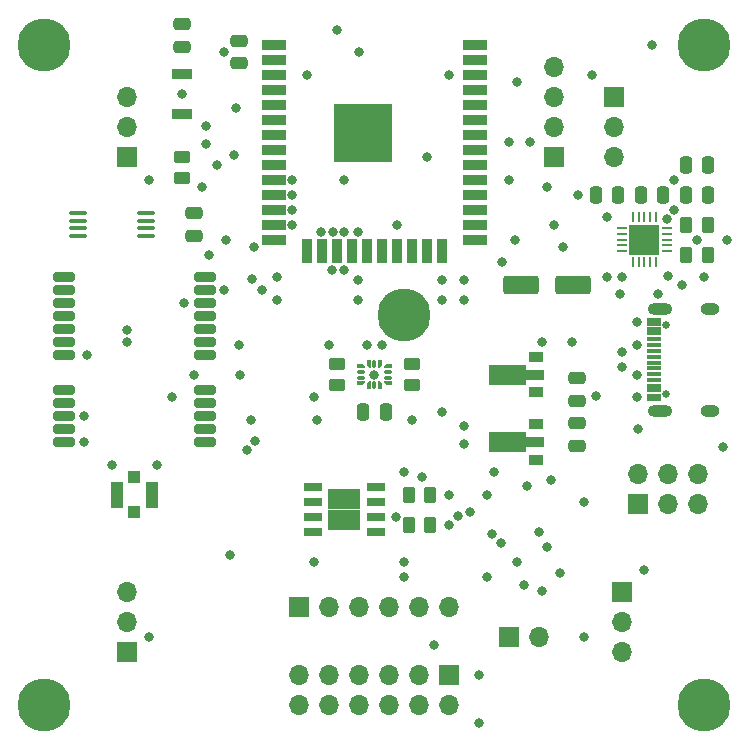
<source format=gbr>
%TF.GenerationSoftware,KiCad,Pcbnew,6.0.4*%
%TF.CreationDate,2022-04-24T20:11:58+02:00*%
%TF.ProjectId,main_pcb,6d61696e-5f70-4636-922e-6b696361645f,rev?*%
%TF.SameCoordinates,Original*%
%TF.FileFunction,Soldermask,Top*%
%TF.FilePolarity,Negative*%
%FSLAX46Y46*%
G04 Gerber Fmt 4.6, Leading zero omitted, Abs format (unit mm)*
G04 Created by KiCad (PCBNEW 6.0.4) date 2022-04-24 20:11:58*
%MOMM*%
%LPD*%
G01*
G04 APERTURE LIST*
G04 Aperture macros list*
%AMRoundRect*
0 Rectangle with rounded corners*
0 $1 Rounding radius*
0 $2 $3 $4 $5 $6 $7 $8 $9 X,Y pos of 4 corners*
0 Add a 4 corners polygon primitive as box body*
4,1,4,$2,$3,$4,$5,$6,$7,$8,$9,$2,$3,0*
0 Add four circle primitives for the rounded corners*
1,1,$1+$1,$2,$3*
1,1,$1+$1,$4,$5*
1,1,$1+$1,$6,$7*
1,1,$1+$1,$8,$9*
0 Add four rect primitives between the rounded corners*
20,1,$1+$1,$2,$3,$4,$5,0*
20,1,$1+$1,$4,$5,$6,$7,0*
20,1,$1+$1,$6,$7,$8,$9,0*
20,1,$1+$1,$8,$9,$2,$3,0*%
%AMFreePoly0*
4,1,9,3.862500,-0.866500,0.737500,-0.866500,0.737500,-0.450000,-0.737500,-0.450000,-0.737500,0.450000,0.737500,0.450000,0.737500,0.866500,3.862500,0.866500,3.862500,-0.866500,3.862500,-0.866500,$1*%
%AMFreePoly1*
4,1,48,0.036020,0.199191,0.037970,0.199714,0.040958,0.198321,0.057086,0.195477,0.069630,0.184951,0.084467,0.178033,0.290533,-0.028033,0.293203,-0.031847,0.294953,-0.032857,0.296081,-0.035957,0.305473,-0.049370,0.306900,-0.065680,0.312500,-0.081066,0.312500,-0.125000,0.310782,-0.134742,0.311361,-0.138024,0.309695,-0.140910,0.307977,-0.150652,0.295451,-0.165579,0.285709,-0.182453,
0.279350,-0.184767,0.275000,-0.189952,0.255809,-0.193336,0.237500,-0.200000,-0.237500,-0.200000,-0.247242,-0.198282,-0.250524,-0.198861,-0.253410,-0.197195,-0.263152,-0.195477,-0.278079,-0.182951,-0.294953,-0.173209,-0.297267,-0.166850,-0.302452,-0.162500,-0.305836,-0.143309,-0.312500,-0.125000,-0.312500,0.125000,-0.310782,0.134742,-0.311361,0.138024,-0.309695,0.140910,-0.307977,0.150652,
-0.295451,0.165579,-0.285709,0.182453,-0.279350,0.184767,-0.275000,0.189952,-0.255809,0.193336,-0.237500,0.200000,0.031434,0.200000,0.036020,0.199191,0.036020,0.199191,$1*%
%AMFreePoly2*
4,1,48,0.247242,0.198282,0.250524,0.198861,0.253410,0.197195,0.263152,0.195477,0.278079,0.182951,0.294953,0.173209,0.297267,0.166850,0.302452,0.162500,0.305836,0.143309,0.312500,0.125000,0.312500,0.081066,0.311691,0.076480,0.312214,0.074529,0.310820,0.071540,0.307977,0.055414,0.297452,0.042871,0.290533,0.028033,0.084467,-0.178033,0.080653,-0.180703,0.079643,-0.182453,
0.076543,-0.183581,0.063130,-0.192973,0.046819,-0.194400,0.031434,-0.200000,-0.237500,-0.200000,-0.247242,-0.198282,-0.250524,-0.198861,-0.253410,-0.197195,-0.263152,-0.195477,-0.278079,-0.182951,-0.294953,-0.173209,-0.297267,-0.166850,-0.302452,-0.162500,-0.305836,-0.143309,-0.312500,-0.125000,-0.312500,0.125000,-0.310782,0.134742,-0.311361,0.138024,-0.309695,0.140910,-0.307977,0.150652,
-0.295451,0.165579,-0.285709,0.182453,-0.279350,0.184767,-0.275000,0.189952,-0.255809,0.193336,-0.237500,0.200000,0.237500,0.200000,0.247242,0.198282,0.247242,0.198282,$1*%
%AMFreePoly3*
4,1,48,0.134742,0.310782,0.138024,0.311361,0.140910,0.309695,0.150652,0.307977,0.165579,0.295451,0.182453,0.285709,0.184767,0.279350,0.189952,0.275000,0.193336,0.255809,0.200000,0.237500,0.200000,-0.237500,0.198282,-0.247242,0.198861,-0.250524,0.197195,-0.253410,0.195477,-0.263152,0.182951,-0.278079,0.173209,-0.294953,0.166850,-0.297267,0.162500,-0.302452,0.143309,-0.305836,
0.125000,-0.312500,-0.125000,-0.312500,-0.134742,-0.310782,-0.138024,-0.311361,-0.140910,-0.309695,-0.150652,-0.307977,-0.165579,-0.295451,-0.182453,-0.285709,-0.184767,-0.279350,-0.189952,-0.275000,-0.193336,-0.255809,-0.200000,-0.237500,-0.200000,0.031434,-0.199191,0.036020,-0.199714,0.037970,-0.198321,0.040958,-0.195477,0.057086,-0.184951,0.069630,-0.178033,0.084467,0.028033,0.290533,
0.031847,0.293203,0.032857,0.294953,0.035957,0.296081,0.049370,0.305473,0.065680,0.306900,0.081066,0.312500,0.125000,0.312500,0.134742,0.310782,0.134742,0.310782,$1*%
%AMFreePoly4*
4,1,48,-0.076480,0.311691,-0.074530,0.312214,-0.071542,0.310821,-0.055414,0.307977,-0.042870,0.297451,-0.028033,0.290533,0.178033,0.084467,0.180703,0.080653,0.182453,0.079643,0.183581,0.076543,0.192973,0.063130,0.194400,0.046820,0.200000,0.031434,0.200000,-0.237500,0.198282,-0.247242,0.198861,-0.250524,0.197195,-0.253410,0.195477,-0.263152,0.182951,-0.278079,0.173209,-0.294953,
0.166850,-0.297267,0.162500,-0.302452,0.143309,-0.305836,0.125000,-0.312500,-0.125000,-0.312500,-0.134742,-0.310782,-0.138024,-0.311361,-0.140910,-0.309695,-0.150652,-0.307977,-0.165579,-0.295451,-0.182453,-0.285709,-0.184767,-0.279350,-0.189952,-0.275000,-0.193336,-0.255809,-0.200000,-0.237500,-0.200000,0.237500,-0.198282,0.247242,-0.198861,0.250524,-0.197195,0.253410,-0.195477,0.263152,
-0.182951,0.278079,-0.173209,0.294953,-0.166850,0.297267,-0.162500,0.302452,-0.143309,0.305836,-0.125000,0.312500,-0.081066,0.312500,-0.076480,0.311691,-0.076480,0.311691,$1*%
%AMFreePoly5*
4,1,48,0.247242,0.198282,0.250524,0.198861,0.253410,0.197195,0.263152,0.195477,0.278079,0.182951,0.294953,0.173209,0.297267,0.166850,0.302452,0.162500,0.305836,0.143309,0.312500,0.125000,0.312500,-0.125000,0.310782,-0.134742,0.311361,-0.138024,0.309695,-0.140910,0.307977,-0.150652,0.295451,-0.165579,0.285709,-0.182453,0.279350,-0.184767,0.275000,-0.189952,0.255809,-0.193336,
0.237500,-0.200000,-0.031434,-0.200000,-0.036020,-0.199191,-0.037971,-0.199714,-0.040960,-0.198320,-0.057086,-0.195477,-0.069629,-0.184952,-0.084467,-0.178033,-0.290533,0.028033,-0.293203,0.031847,-0.294953,0.032857,-0.296081,0.035957,-0.305473,0.049370,-0.306900,0.065681,-0.312500,0.081066,-0.312500,0.125000,-0.310782,0.134742,-0.311361,0.138024,-0.309695,0.140910,-0.307977,0.150652,
-0.295451,0.165579,-0.285709,0.182453,-0.279350,0.184767,-0.275000,0.189952,-0.255809,0.193336,-0.237500,0.200000,0.237500,0.200000,0.247242,0.198282,0.247242,0.198282,$1*%
%AMFreePoly6*
4,1,48,0.247242,0.198282,0.250524,0.198861,0.253410,0.197195,0.263152,0.195477,0.278079,0.182951,0.294953,0.173209,0.297267,0.166850,0.302452,0.162500,0.305836,0.143309,0.312500,0.125000,0.312500,-0.125000,0.310782,-0.134742,0.311361,-0.138024,0.309695,-0.140910,0.307977,-0.150652,0.295451,-0.165579,0.285709,-0.182453,0.279350,-0.184767,0.275000,-0.189952,0.255809,-0.193336,
0.237500,-0.200000,-0.237500,-0.200000,-0.247242,-0.198282,-0.250524,-0.198861,-0.253410,-0.197195,-0.263152,-0.195477,-0.278079,-0.182951,-0.294953,-0.173209,-0.297267,-0.166850,-0.302452,-0.162500,-0.305836,-0.143309,-0.312500,-0.125000,-0.312500,-0.081066,-0.311691,-0.076480,-0.312214,-0.074530,-0.310821,-0.071542,-0.307977,-0.055414,-0.297451,-0.042870,-0.290533,-0.028033,-0.084467,0.178033,
-0.080653,0.180703,-0.079643,0.182453,-0.076543,0.183581,-0.063130,0.192973,-0.046820,0.194400,-0.031434,0.200000,0.237500,0.200000,0.247242,0.198282,0.247242,0.198282,$1*%
%AMFreePoly7*
4,1,48,0.134742,0.310782,0.138024,0.311361,0.140910,0.309695,0.150652,0.307977,0.165579,0.295451,0.182453,0.285709,0.184767,0.279350,0.189952,0.275000,0.193336,0.255809,0.200000,0.237500,0.200000,-0.031434,0.199191,-0.036020,0.199714,-0.037971,0.198320,-0.040960,0.195477,-0.057086,0.184952,-0.069629,0.178033,-0.084467,-0.028033,-0.290533,-0.031847,-0.293203,-0.032857,-0.294953,
-0.035957,-0.296081,-0.049370,-0.305473,-0.065681,-0.306900,-0.081066,-0.312500,-0.125000,-0.312500,-0.134742,-0.310782,-0.138024,-0.311361,-0.140910,-0.309695,-0.150652,-0.307977,-0.165579,-0.295451,-0.182453,-0.285709,-0.184767,-0.279350,-0.189952,-0.275000,-0.193336,-0.255809,-0.200000,-0.237500,-0.200000,0.237500,-0.198282,0.247242,-0.198861,0.250524,-0.197195,0.253410,-0.195477,0.263152,
-0.182951,0.278079,-0.173209,0.294953,-0.166850,0.297267,-0.162500,0.302452,-0.143309,0.305836,-0.125000,0.312500,0.125000,0.312500,0.134742,0.310782,0.134742,0.310782,$1*%
%AMFreePoly8*
4,1,48,0.134742,0.310782,0.138024,0.311361,0.140910,0.309695,0.150652,0.307977,0.165579,0.295451,0.182453,0.285709,0.184767,0.279350,0.189952,0.275000,0.193336,0.255809,0.200000,0.237500,0.200000,-0.237500,0.198282,-0.247242,0.198861,-0.250524,0.197195,-0.253410,0.195477,-0.263152,0.182951,-0.278079,0.173209,-0.294953,0.166850,-0.297267,0.162500,-0.302452,0.143309,-0.305836,
0.125000,-0.312500,0.081066,-0.312500,0.076480,-0.311691,0.074529,-0.312214,0.071540,-0.310820,0.055414,-0.307977,0.042871,-0.297452,0.028033,-0.290533,-0.178033,-0.084467,-0.180703,-0.080653,-0.182453,-0.079643,-0.183581,-0.076543,-0.192973,-0.063130,-0.194400,-0.046819,-0.200000,-0.031434,-0.200000,0.237500,-0.198282,0.247242,-0.198861,0.250524,-0.197195,0.253410,-0.195477,0.263152,
-0.182951,0.278079,-0.173209,0.294953,-0.166850,0.297267,-0.162500,0.302452,-0.143309,0.305836,-0.125000,0.312500,0.125000,0.312500,0.134742,0.310782,0.134742,0.310782,$1*%
G04 Aperture macros list end*
%ADD10R,1.700000X1.700000*%
%ADD11O,1.700000X1.700000*%
%ADD12C,4.500000*%
%ADD13RoundRect,0.250000X0.250000X0.475000X-0.250000X0.475000X-0.250000X-0.475000X0.250000X-0.475000X0*%
%ADD14RoundRect,0.250000X-0.250000X-0.475000X0.250000X-0.475000X0.250000X0.475000X-0.250000X0.475000X0*%
%ADD15R,1.500000X0.650000*%
%ADD16R,1.350000X1.800000*%
%ADD17RoundRect,0.250000X-0.262500X-0.450000X0.262500X-0.450000X0.262500X0.450000X-0.262500X0.450000X0*%
%ADD18RoundRect,0.250000X0.262500X0.450000X-0.262500X0.450000X-0.262500X-0.450000X0.262500X-0.450000X0*%
%ADD19RoundRect,0.250000X0.475000X-0.250000X0.475000X0.250000X-0.475000X0.250000X-0.475000X-0.250000X0*%
%ADD20RoundRect,0.250000X-0.450000X0.262500X-0.450000X-0.262500X0.450000X-0.262500X0.450000X0.262500X0*%
%ADD21R,1.300000X0.900000*%
%ADD22FreePoly0,180.000000*%
%ADD23R,2.000000X0.900000*%
%ADD24R,0.900000X2.000000*%
%ADD25R,5.000000X5.000000*%
%ADD26C,0.800000*%
%ADD27R,1.700000X0.900000*%
%ADD28RoundRect,0.250000X-0.475000X0.250000X-0.475000X-0.250000X0.475000X-0.250000X0.475000X0.250000X0*%
%ADD29RoundRect,0.250000X-1.250000X-0.550000X1.250000X-0.550000X1.250000X0.550000X-1.250000X0.550000X0*%
%ADD30FreePoly1,0.000000*%
%ADD31RoundRect,0.100000X-0.212500X-0.100000X0.212500X-0.100000X0.212500X0.100000X-0.212500X0.100000X0*%
%ADD32FreePoly2,0.000000*%
%ADD33FreePoly3,0.000000*%
%ADD34RoundRect,0.100000X-0.100000X-0.212500X0.100000X-0.212500X0.100000X0.212500X-0.100000X0.212500X0*%
%ADD35FreePoly4,0.000000*%
%ADD36FreePoly5,0.000000*%
%ADD37FreePoly6,0.000000*%
%ADD38FreePoly7,0.000000*%
%ADD39FreePoly8,0.000000*%
%ADD40RoundRect,0.200000X-0.700000X-0.200000X0.700000X-0.200000X0.700000X0.200000X-0.700000X0.200000X0*%
%ADD41RoundRect,0.100000X-0.637500X-0.100000X0.637500X-0.100000X0.637500X0.100000X-0.637500X0.100000X0*%
%ADD42RoundRect,0.062500X0.062500X-0.362500X0.062500X0.362500X-0.062500X0.362500X-0.062500X-0.362500X0*%
%ADD43RoundRect,0.062500X0.362500X-0.062500X0.362500X0.062500X-0.362500X0.062500X-0.362500X-0.062500X0*%
%ADD44R,2.600000X2.600000*%
%ADD45C,0.650000*%
%ADD46R,1.150000X0.300000*%
%ADD47O,1.600000X1.000000*%
%ADD48O,2.100000X1.000000*%
%ADD49R,1.000000X1.000000*%
%ADD50R,1.050000X2.200000*%
G04 APERTURE END LIST*
D10*
%TO.C,J4*%
X174752000Y-112522000D03*
D11*
X174752000Y-109982000D03*
X177292000Y-112522000D03*
X177292000Y-109982000D03*
X179832000Y-112522000D03*
X179832000Y-109982000D03*
%TD*%
D12*
%TO.C,*%
X154940000Y-96520000D03*
%TD*%
D10*
%TO.C,J3*%
X158750000Y-127000000D03*
D11*
X158750000Y-129540000D03*
X156210000Y-127000000D03*
X156210000Y-129540000D03*
X153670000Y-127000000D03*
X153670000Y-129540000D03*
X151130000Y-127000000D03*
X151130000Y-129540000D03*
X148590000Y-127000000D03*
X148590000Y-129540000D03*
X146050000Y-127000000D03*
X146050000Y-129540000D03*
%TD*%
D10*
%TO.C,J1*%
X146050000Y-121285000D03*
D11*
X148590000Y-121285000D03*
X151130000Y-121285000D03*
X153670000Y-121285000D03*
X156210000Y-121285000D03*
X158750000Y-121285000D03*
%TD*%
D13*
%TO.C,C9*%
X171135000Y-86360000D03*
X173035000Y-86360000D03*
%TD*%
D14*
%TO.C,C8*%
X174940000Y-86360000D03*
X176840000Y-86360000D03*
%TD*%
%TO.C,C4*%
X180655000Y-83820000D03*
X178755000Y-83820000D03*
%TD*%
%TO.C,C3*%
X178755000Y-86360000D03*
X180655000Y-86360000D03*
%TD*%
D10*
%TO.C,J2*%
X167640000Y-83185000D03*
D11*
X167640000Y-80645000D03*
X167640000Y-78105000D03*
X167640000Y-75565000D03*
%TD*%
D15*
%TO.C,U2*%
X152560000Y-114935000D03*
X152560000Y-113665000D03*
X152560000Y-112395000D03*
X152560000Y-111125000D03*
X147160000Y-111125000D03*
X147160000Y-112395000D03*
X147160000Y-113665000D03*
X147160000Y-114935000D03*
D16*
X149185000Y-113930000D03*
X149185000Y-112130000D03*
X150535000Y-113930000D03*
X150535000Y-112130000D03*
%TD*%
D17*
%TO.C,R7*%
X157122500Y-114300000D03*
X155297500Y-114300000D03*
%TD*%
D18*
%TO.C,R6*%
X157122500Y-111760000D03*
X155297500Y-111760000D03*
%TD*%
D19*
%TO.C,C11*%
X169545000Y-103820000D03*
X169545000Y-101920000D03*
%TD*%
D10*
%TO.C,M1*%
X131445000Y-83185000D03*
D11*
X131445000Y-80645000D03*
X131445000Y-78105000D03*
%TD*%
D10*
%TO.C,M4*%
X131445000Y-125095000D03*
D11*
X131445000Y-122555000D03*
X131445000Y-120015000D03*
%TD*%
D20*
%TO.C,R3*%
X136144000Y-83161500D03*
X136144000Y-84986500D03*
%TD*%
D21*
%TO.C,U1*%
X166115000Y-103100000D03*
D22*
X166027500Y-101600000D03*
D21*
X166115000Y-100100000D03*
%TD*%
D23*
%TO.C,ESP32-WROOM-32U1*%
X143900000Y-73660000D03*
X143900000Y-74930000D03*
X143900000Y-76200000D03*
X143900000Y-77470000D03*
X143900000Y-78740000D03*
X143900000Y-80010000D03*
X143900000Y-81280000D03*
X143900000Y-82550000D03*
X143900000Y-83820000D03*
X143900000Y-85090000D03*
X143900000Y-86360000D03*
X143900000Y-87630000D03*
X143900000Y-88900000D03*
X143900000Y-90170000D03*
D24*
X146685000Y-91170000D03*
X147955000Y-91170000D03*
X149225000Y-91170000D03*
X150495000Y-91170000D03*
X151765000Y-91170000D03*
X153035000Y-91170000D03*
X154305000Y-91170000D03*
X155575000Y-91170000D03*
X156845000Y-91170000D03*
X158115000Y-91170000D03*
D23*
X160900000Y-90170000D03*
X160900000Y-88900000D03*
X160900000Y-87630000D03*
X160900000Y-86360000D03*
X160900000Y-85090000D03*
X160900000Y-83820000D03*
X160900000Y-82550000D03*
X160900000Y-81280000D03*
X160900000Y-80010000D03*
X160900000Y-78740000D03*
X160900000Y-77470000D03*
X160900000Y-76200000D03*
X160900000Y-74930000D03*
X160900000Y-73660000D03*
D25*
X151400000Y-81160000D03*
%TD*%
D19*
%TO.C,C5*%
X140970000Y-75245000D03*
X140970000Y-73345000D03*
%TD*%
D26*
%TO.C,SW1*%
X136147000Y-77840000D03*
D27*
X136147000Y-79540000D03*
X136147000Y-76140000D03*
%TD*%
D12*
%TO.C,REF\u002A\u002A*%
X124460000Y-73660000D03*
%TD*%
D17*
%TO.C,R2*%
X178792500Y-91440000D03*
X180617500Y-91440000D03*
%TD*%
D28*
%TO.C,C7*%
X137160000Y-87950000D03*
X137160000Y-89850000D03*
%TD*%
D10*
%TO.C,BAT1*%
X163830000Y-123825000D03*
D11*
X166370000Y-123825000D03*
%TD*%
D20*
%TO.C,R5*%
X155575000Y-100682500D03*
X155575000Y-102507500D03*
%TD*%
D10*
%TO.C,M3*%
X172720000Y-78105000D03*
D11*
X172720000Y-80645000D03*
X172720000Y-83185000D03*
%TD*%
D29*
%TO.C,C2*%
X164805000Y-93980000D03*
X169205000Y-93980000D03*
%TD*%
D12*
%TO.C,*%
X180340000Y-73660000D03*
%TD*%
D30*
%TO.C,U9*%
X151237500Y-100850000D03*
D31*
X151237500Y-101350000D03*
X151237500Y-101850000D03*
D32*
X151237500Y-102350000D03*
D33*
X151900000Y-102512500D03*
D34*
X152400000Y-102512500D03*
D35*
X152900000Y-102512500D03*
D36*
X153562500Y-102350000D03*
D31*
X153562500Y-101850000D03*
X153562500Y-101350000D03*
D37*
X153562500Y-100850000D03*
D38*
X152900000Y-100687500D03*
D34*
X152400000Y-100687500D03*
D39*
X151900000Y-100687500D03*
%TD*%
D21*
%TO.C,U5*%
X166115000Y-108815000D03*
D22*
X166027500Y-107315000D03*
D21*
X166115000Y-105815000D03*
%TD*%
D40*
%TO.C,GPS1*%
X138080000Y-93330000D03*
X138080000Y-94430000D03*
X138080000Y-95530000D03*
X138080000Y-96630000D03*
X138080000Y-97730000D03*
X138080000Y-98830000D03*
X138080000Y-99930000D03*
X138080000Y-102930000D03*
X138080000Y-104030000D03*
X138080000Y-105130000D03*
X138080000Y-106230000D03*
X138080000Y-107330000D03*
X126080000Y-107330000D03*
X126080000Y-106230000D03*
X126080000Y-105130000D03*
X126080000Y-104030000D03*
X126080000Y-102930000D03*
X126080000Y-99930000D03*
X126080000Y-98830000D03*
X126080000Y-97730000D03*
X126080000Y-96630000D03*
X126080000Y-95530000D03*
X126080000Y-94430000D03*
X126080000Y-93330000D03*
%TD*%
D28*
%TO.C,C12*%
X169545000Y-105730000D03*
X169545000Y-107630000D03*
%TD*%
D10*
%TO.C,M2*%
X173355000Y-120015000D03*
D11*
X173355000Y-122555000D03*
X173355000Y-125095000D03*
%TD*%
D41*
%TO.C,EEPROM1*%
X127312500Y-87925000D03*
X127312500Y-88575000D03*
X127312500Y-89225000D03*
X127312500Y-89875000D03*
X133037500Y-89875000D03*
X133037500Y-89225000D03*
X133037500Y-88575000D03*
X133037500Y-87925000D03*
%TD*%
D18*
%TO.C,R1*%
X180617500Y-88900000D03*
X178792500Y-88900000D03*
%TD*%
D28*
%TO.C,C6*%
X136144000Y-71948000D03*
X136144000Y-73848000D03*
%TD*%
D20*
%TO.C,R4*%
X149225000Y-100682500D03*
X149225000Y-102507500D03*
%TD*%
D42*
%TO.C,U6*%
X174260000Y-92095000D03*
X174760000Y-92095000D03*
X175260000Y-92095000D03*
X175760000Y-92095000D03*
X176260000Y-92095000D03*
D43*
X177185000Y-91170000D03*
X177185000Y-90670000D03*
X177185000Y-90170000D03*
X177185000Y-89670000D03*
X177185000Y-89170000D03*
D42*
X176260000Y-88245000D03*
X175760000Y-88245000D03*
X175260000Y-88245000D03*
X174760000Y-88245000D03*
X174260000Y-88245000D03*
D43*
X173335000Y-89170000D03*
X173335000Y-89670000D03*
X173335000Y-90170000D03*
X173335000Y-90670000D03*
X173335000Y-91170000D03*
D44*
X175260000Y-90170000D03*
%TD*%
D45*
%TO.C,USB-C*%
X177100000Y-103220000D03*
X177100000Y-97440000D03*
D46*
X176035000Y-103680000D03*
X176035000Y-102880000D03*
X176035000Y-101580000D03*
X176035000Y-100580000D03*
X176035000Y-100080000D03*
X176035000Y-99080000D03*
X176035000Y-97780000D03*
X176035000Y-96980000D03*
X176035000Y-97280000D03*
X176035000Y-98080000D03*
X176035000Y-98580000D03*
X176035000Y-99580000D03*
X176035000Y-101080000D03*
X176035000Y-102080000D03*
X176035000Y-102580000D03*
X176035000Y-103380000D03*
D47*
X180780000Y-96010000D03*
X180780000Y-104650000D03*
D48*
X176600000Y-96010000D03*
X176600000Y-104650000D03*
%TD*%
D12*
%TO.C,*%
X124460000Y-129540000D03*
%TD*%
D14*
%TO.C,C1*%
X151450000Y-104775000D03*
X153350000Y-104775000D03*
%TD*%
D49*
%TO.C,Antenna*%
X132080000Y-113260000D03*
D50*
X133555000Y-111760000D03*
X130605000Y-111760000D03*
D49*
X132080000Y-110260000D03*
%TD*%
D12*
%TO.C,*%
X180340000Y-129540000D03*
%TD*%
D26*
X175895000Y-73660000D03*
X149225000Y-72390000D03*
X151130000Y-74295000D03*
X146685000Y-76200000D03*
X177207178Y-88434716D03*
X181945020Y-107772878D03*
X176400378Y-94744622D03*
X178435000Y-93980000D03*
X135255000Y-103505000D03*
X137160000Y-101600000D03*
X162382878Y-115112122D03*
X142311755Y-107243245D03*
X156387122Y-110312878D03*
X160477878Y-113207122D03*
X131445000Y-97790000D03*
X131445000Y-98830000D03*
X154940000Y-109855000D03*
X141605000Y-107950000D03*
X159456755Y-113593234D03*
X163089633Y-115818876D03*
X164465000Y-117475000D03*
X158750000Y-114300000D03*
X161925000Y-118745000D03*
X166370000Y-114935000D03*
X167005000Y-116205000D03*
X169672000Y-86360000D03*
X161290000Y-131064000D03*
X140208000Y-116840000D03*
X147320000Y-117475000D03*
X147574000Y-105410000D03*
X141986000Y-105410000D03*
X133350000Y-85090000D03*
X133350000Y-123825000D03*
X170815000Y-76200000D03*
X175260000Y-118110000D03*
X161290000Y-127000000D03*
X157480000Y-124460000D03*
X127830888Y-107333784D03*
X127830888Y-105128777D03*
X130175000Y-109220000D03*
X133985000Y-109220000D03*
X170180000Y-123825000D03*
X170180000Y-112395000D03*
X147860994Y-89535000D03*
X148860497Y-89535000D03*
X149860000Y-89535000D03*
X151001000Y-89535000D03*
X148787301Y-92769502D03*
X149795500Y-92737142D03*
X145415000Y-85090000D03*
X145415000Y-86360000D03*
X145415000Y-87630000D03*
X145415000Y-88900000D03*
X155575000Y-105410000D03*
X151001000Y-93580500D03*
X151001000Y-95279500D03*
X148590000Y-99060000D03*
X149860000Y-85090000D03*
X154305000Y-88900000D03*
X171196000Y-103378000D03*
X174752000Y-106172000D03*
X168148000Y-118364000D03*
X166624000Y-119888000D03*
X165354000Y-110998000D03*
X162560000Y-109855000D03*
X167386000Y-110490000D03*
X164338000Y-90170000D03*
X166624000Y-98806000D03*
X169164000Y-98806000D03*
X168339500Y-90805000D03*
X154940000Y-118745000D03*
X154940000Y-117475000D03*
X167640000Y-88900000D03*
X177800000Y-85090000D03*
X179705000Y-90170000D03*
X177800000Y-87630000D03*
X172085000Y-88265000D03*
X182245000Y-90170000D03*
X180340000Y-93345000D03*
X165100000Y-119380000D03*
X164465000Y-76835000D03*
X163195000Y-92075000D03*
X163765500Y-85090000D03*
X167005000Y-85725000D03*
X165564020Y-81915000D03*
X163765500Y-81915000D03*
X158115000Y-95279500D03*
X158115000Y-93580500D03*
X158115000Y-104775000D03*
X154211531Y-113641313D03*
X158750000Y-111760000D03*
X161925000Y-111760000D03*
X137795000Y-85725000D03*
X142240000Y-90805000D03*
X139065000Y-83820000D03*
X139870980Y-90170000D03*
X141034500Y-101600000D03*
X142069019Y-93480856D03*
X140970000Y-99060000D03*
X172085000Y-93345000D03*
X173355000Y-93345000D03*
X174625000Y-90805000D03*
X175895000Y-90805000D03*
X175895000Y-89535000D03*
X174625000Y-89535000D03*
X140716000Y-78994000D03*
X138176000Y-82042000D03*
X138176000Y-80580500D03*
X160020000Y-95279500D03*
X160020000Y-107442000D03*
X160020000Y-105918000D03*
X160020000Y-93580500D03*
X173228000Y-94742000D03*
X177292000Y-93218000D03*
X144145000Y-93345000D03*
X144145000Y-95279500D03*
X147320000Y-103505000D03*
X128035000Y-99930000D03*
X136245000Y-95530000D03*
X140476000Y-83044000D03*
X139700000Y-94430000D03*
X139700000Y-74295000D03*
X142875000Y-94430000D03*
X163195000Y-101600000D03*
X164465000Y-107315000D03*
X152400000Y-101600000D03*
X163195000Y-107315000D03*
X174625000Y-103505000D03*
X138430000Y-91440000D03*
X174625000Y-97155000D03*
X164465000Y-101600000D03*
X158750000Y-76200000D03*
X153035000Y-99060000D03*
X151765000Y-99060000D03*
X156845000Y-83185000D03*
X174625000Y-99060000D03*
X173355000Y-100965000D03*
X173355000Y-99695000D03*
X174625000Y-101600000D03*
M02*

</source>
